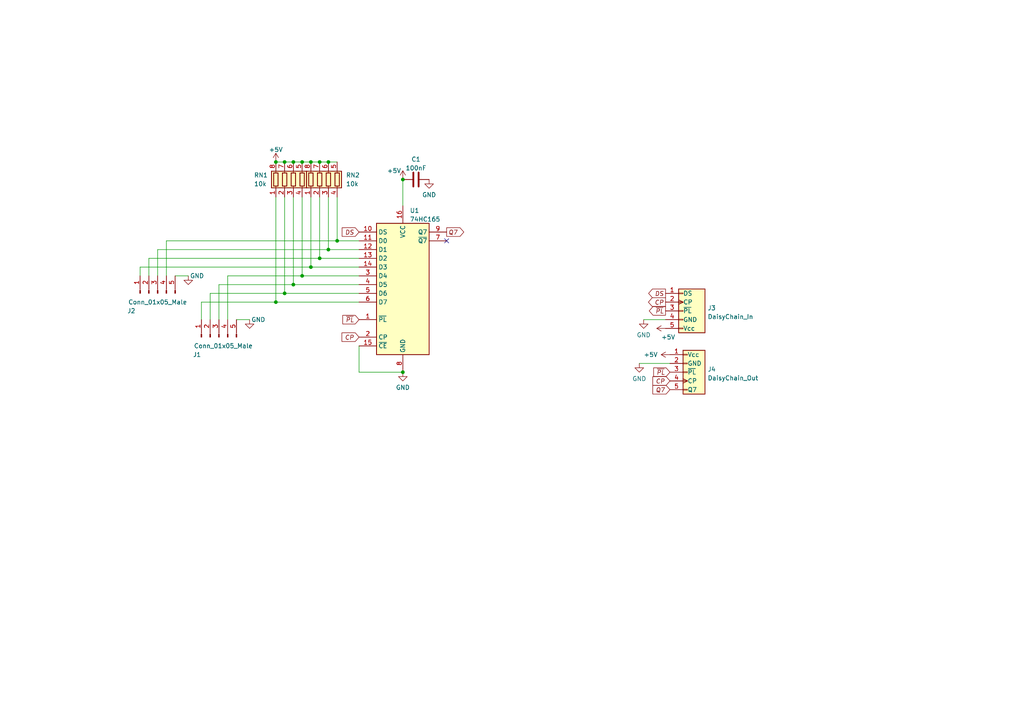
<source format=kicad_sch>
(kicad_sch (version 20230121) (generator eeschema)
  (paper "A4")
  (title_block (rev "1") (comment 1 "Licensed under CERN-OHL-W v2 or later"))
  (lib_symbols
    (symbol "74xx:74HC165"
      (property "Reference" "U" (at -7.62 19.05 0))
      (property "Value" "74HC165" (at -7.62 -21.59 0))
      (symbol "74HC165_1_0"
        (pin input line (at -12.7 -10.16 0) (length 5.08) (name "~{PL}") (number "1"))
        (pin input line (at -12.7 15.24 0) (length 5.08) (name "DS") (number "10"))
        (pin input line (at -12.7 12.7 0) (length 5.08) (name "D0") (number "11"))
        (pin input line (at -12.7 10.16 0) (length 5.08) (name "D1") (number "12"))
        (pin input line (at -12.7 7.62 0) (length 5.08) (name "D2") (number "13"))
        (pin input line (at -12.7 5.08 0) (length 5.08) (name "D3") (number "14"))
        (pin input line (at -12.7 -17.78 0) (length 5.08) (name "~{CE}") (number "15"))
        (pin power_in line (at 0 22.86 270) (length 5.08) (name "VCC") (number "16"))
        (pin input line (at -12.7 -15.24 0) (length 5.08) (name "CP") (number "2"))
        (pin input line (at -12.7 2.54 0) (length 5.08) (name "D4") (number "3"))
        (pin input line (at -12.7 0 0) (length 5.08) (name "D5") (number "4"))
        (pin input line (at -12.7 -2.54 0) (length 5.08) (name "D6") (number "5"))
        (pin input line (at -12.7 -5.08 0) (length 5.08) (name "D7") (number "6"))
        (pin output line (at 12.7 12.7 180) (length 5.08) (name "~{Q7}") (number "7"))
        (pin power_in line (at 0 -25.4 90) (length 5.08) (name "GND") (number "8"))
        (pin output line (at 12.7 15.24 180) (length 5.08) (name "Q7") (number "9"))
      )
      (symbol "74HC165_1_1"
        (rectangle (start -7.62 17.78) (end 7.62 -20.32) (stroke (width 0.254)) (fill (type background)))
      )
    )
    (symbol "Connector:Conn_01x05_Male" (pin_names (offset 1.016) hide)
      (property "Reference" "J" (at 0 7.62 0))
      (property "Value" "Conn_01x05_Male" (at 0 -7.62 0))
      (symbol "Conn_01x05_Male_1_1"
        (polyline (pts (xy 1.27 -5.08) (xy 0.8636 -5.08)) (stroke (width 0.1524)))
        (polyline (pts (xy 1.27 -2.54) (xy 0.8636 -2.54)) (stroke (width 0.1524)))
        (polyline (pts (xy 1.27 0) (xy 0.8636 0)) (stroke (width 0.1524)))
        (polyline (pts (xy 1.27 2.54) (xy 0.8636 2.54)) (stroke (width 0.1524)))
        (polyline (pts (xy 1.27 5.08) (xy 0.8636 5.08)) (stroke (width 0.1524)))
        (rectangle (start 0.8636 -4.953) (end 0 -5.207) (stroke (width 0.1524)) (fill (type outline)))
        (rectangle (start 0.8636 -2.413) (end 0 -2.667) (stroke (width 0.1524)) (fill (type outline)))
        (rectangle (start 0.8636 0.127) (end 0 -0.127) (stroke (width 0.1524)) (fill (type outline)))
        (rectangle (start 0.8636 2.667) (end 0 2.413) (stroke (width 0.1524)) (fill (type outline)))
        (rectangle (start 0.8636 5.207) (end 0 4.953) (stroke (width 0.1524)) (fill (type outline)))
        (pin passive line (at 5.08 5.08 180) (length 3.81) (name "Pin_1") (number "1"))
        (pin passive line (at 5.08 2.54 180) (length 3.81) (name "Pin_2") (number "2"))
        (pin passive line (at 5.08 0 180) (length 3.81) (name "Pin_3") (number "3"))
        (pin passive line (at 5.08 -2.54 180) (length 3.81) (name "Pin_4") (number "4"))
        (pin passive line (at 5.08 -5.08 180) (length 3.81) (name "Pin_5") (number "5"))
      )
    )
    (symbol "Device:C" (pin_numbers hide) (pin_names (offset 0.254))
      (property "Reference" "C" (at 0.635 2.54 0))
      (property "Value" "C" (at 0.635 -2.54 0))
      (symbol "C_0_1"
        (polyline (pts (xy -2.032 -0.762) (xy 2.032 -0.762)) (stroke (width 0.508)))
        (polyline (pts (xy -2.032 0.762) (xy 2.032 0.762)) (stroke (width 0.508)))
      )
      (symbol "C_1_1"
        (pin passive line (at 0 3.81 270) (length 2.794) (name "~") (number "1"))
        (pin passive line (at 0 -3.81 90) (length 2.794) (name "~") (number "2"))
      )
    )
    (symbol "Device:R_Pack04" (pin_names (offset 0) hide)
      (property "Reference" "RN" (at -7.62 0 90))
      (property "Value" "R_Pack04" (at 5.08 0 90))
      (symbol "R_Pack04_0_1"
        (rectangle (start -6.35 -2.413) (end 3.81 2.413) (stroke (width 0.254)) (fill (type background)))
        (rectangle (start -5.715 1.905) (end -4.445 -1.905) (stroke (width 0.254)))
        (rectangle (start -3.175 1.905) (end -1.905 -1.905) (stroke (width 0.254)))
        (rectangle (start -0.635 1.905) (end 0.635 -1.905) (stroke (width 0.254)))
        (polyline (pts (xy -5.08 -2.54) (xy -5.08 -1.905)))
        (polyline (pts (xy -5.08 1.905) (xy -5.08 2.54)))
        (polyline (pts (xy -2.54 -2.54) (xy -2.54 -1.905)))
        (polyline (pts (xy -2.54 1.905) (xy -2.54 2.54)))
        (polyline (pts (xy 0 -2.54) (xy 0 -1.905)))
        (polyline (pts (xy 0 1.905) (xy 0 2.54)))
        (polyline (pts (xy 2.54 -2.54) (xy 2.54 -1.905)))
        (polyline (pts (xy 2.54 1.905) (xy 2.54 2.54)))
        (rectangle (start 1.905 1.905) (end 3.175 -1.905) (stroke (width 0.254)))
      )
      (symbol "R_Pack04_1_1"
        (pin passive line (at -5.08 -5.08 90) (length 2.54) (name "R1.1") (number "1"))
        (pin passive line (at -2.54 -5.08 90) (length 2.54) (name "R2.1") (number "2"))
        (pin passive line (at 0 -5.08 90) (length 2.54) (name "R3.1") (number "3"))
        (pin passive line (at 2.54 -5.08 90) (length 2.54) (name "R4.1") (number "4"))
        (pin passive line (at 2.54 5.08 270) (length 2.54) (name "R4.2") (number "5"))
        (pin passive line (at 0 5.08 270) (length 2.54) (name "R3.2") (number "6"))
        (pin passive line (at -2.54 5.08 270) (length 2.54) (name "R2.2") (number "7"))
        (pin passive line (at -5.08 5.08 270) (length 2.54) (name "R1.2") (number "8"))
      )
    )
    (symbol "power:+5V" (power) (pin_names (offset 0))
      (property "Value" "+5V" (at 0 3.556 0))
      (symbol "+5V_0_1"
        (polyline (pts (xy -0.762 1.27) (xy 0 2.54)))
        (polyline (pts (xy 0 0) (xy 0 2.54)))
        (polyline (pts (xy 0 2.54) (xy 0.762 1.27)))
      )
      (symbol "+5V_1_1"
        (pin power_in line (at 0 0 90) (length 0) hide (name "+5V") (number "1"))
      )
    )
    (symbol "power:GND" (power) (pin_names (offset 0))
      (property "Value" "GND" (at 0 -3.81 0))
      (symbol "GND_0_1"
        (polyline (pts (xy 0 0) (xy 0 -1.27) (xy 1.27 -1.27) (xy 0 -2.54) (xy -1.27 -1.27) (xy 0 -1.27)))
      )
      (symbol "GND_1_1"
        (pin power_in line (at 0 0 270) (length 0) hide (name "GND") (number "1"))
      )
    )
    (symbol "thepit:DaisyChain_In" (pin_names (offset 1.3))
      (property "Reference" "J" (at 0 7.62 0))
      (property "Value" "DaisyChain_In" (at 0 -7.62 0))
      (symbol "DaisyChain_In_1_1"
        (rectangle (start -1.27 -4.953) (end 0 -5.207) (stroke (width 0.1524)))
        (rectangle (start -1.27 -2.413) (end 0 -2.667) (stroke (width 0.1524)))
        (rectangle (start -1.27 0.127) (end 0 -0.127) (stroke (width 0.1524)))
        (rectangle (start -1.27 2.667) (end 0 2.413) (stroke (width 0.1524)))
        (rectangle (start -1.27 5.207) (end 0 4.953) (stroke (width 0.1524)))
        (rectangle (start -1.27 6.35) (end 6.35 -6.35) (stroke (width 0.254)) (fill (type background)))
        (pin output line (at -5.08 5.08 0) (length 3.81) (name "DS") (number "1"))
        (pin output clock (at -5.08 2.54 0) (length 3.81) (name "CP") (number "2"))
        (pin output line (at -5.08 0 0) (length 3.81) (name "~{PL}") (number "3"))
        (pin power_out line (at -5.08 -2.54 0) (length 3.81) (name "GND") (number "4"))
        (pin power_out line (at -5.08 -5.08 0) (length 3.81) (name "Vcc") (number "5"))
      )
    )
    (symbol "thepit:DaisyChain_Out" (pin_names (offset 1.3))
      (property "Reference" "J" (at 0 7.62 0))
      (property "Value" "DaisyChain_Out" (at 0 -7.62 0))
      (symbol "DaisyChain_Out_1_1"
        (rectangle (start -1.27 -4.953) (end 0 -5.207) (stroke (width 0.1524)))
        (rectangle (start -1.27 -2.413) (end 0 -2.667) (stroke (width 0.1524)))
        (rectangle (start -1.27 0.127) (end 0 -0.127) (stroke (width 0.1524)))
        (rectangle (start -1.27 2.667) (end 0 2.413) (stroke (width 0.1524)))
        (rectangle (start -1.27 5.207) (end 0 4.953) (stroke (width 0.1524)))
        (rectangle (start -1.27 6.35) (end 5.08 -6.35) (stroke (width 0.254)) (fill (type background)))
        (pin power_in line (at -5.08 5.08 0) (length 3.81) (name "Vcc") (number "1"))
        (pin power_in line (at -5.08 2.54 0) (length 3.81) (name "GND") (number "2"))
        (pin input line (at -5.08 0 0) (length 3.81) (name "~{PL}") (number "3"))
        (pin input clock (at -5.08 -2.54 0) (length 3.81) (name "CP") (number "4"))
        (pin input line (at -5.08 -5.08 0) (length 3.81) (name "Q7") (number "5"))
      )
    )
  )
  (junction (at 116.84 107.95))
  (junction (at 92.71 46.99))
  (junction (at 97.79 69.85))
  (junction (at 80.01 46.99))
  (junction (at 80.01 87.63))
  (junction (at 95.25 46.99))
  (junction (at 95.25 72.39))
  (junction (at 85.09 82.55))
  (junction (at 82.55 85.09))
  (junction (at 90.17 46.99))
  (junction (at 87.63 80.01))
  (junction (at 116.84 52.07))
  (junction (at 92.71 74.93))
  (junction (at 90.17 77.47))
  (junction (at 87.63 46.99))
  (junction (at 85.09 46.99))
  (junction (at 82.55 46.99))
  (no_connect (at 129.54 69.85))
  (wire (pts (xy 66.04 80.01) (xy 66.04 92.71)))
  (wire (pts (xy 85.09 57.15) (xy 85.09 82.55)))
  (wire (pts (xy 63.5 82.55) (xy 63.5 92.71)))
  (wire (pts (xy 92.71 74.93) (xy 104.14 74.93)))
  (wire (pts (xy 43.18 74.93) (xy 43.18 80.01)))
  (wire (pts (xy 68.58 92.71) (xy 72.39 92.71)))
  (wire (pts (xy 60.96 85.09) (xy 82.55 85.09)))
  (wire (pts (xy 90.17 57.15) (xy 90.17 77.47)))
  (wire (pts (xy 45.72 72.39) (xy 45.72 80.01)))
  (wire (pts (xy 95.25 46.99) (xy 97.79 46.99)))
  (wire (pts (xy 40.64 77.47) (xy 40.64 80.01)))
  (wire (pts (xy 58.42 87.63) (xy 80.01 87.63)))
  (wire (pts (xy 90.17 46.99) (xy 92.71 46.99)))
  (wire (pts (xy 104.14 107.95) (xy 116.84 107.95)))
  (wire (pts (xy 116.84 52.07) (xy 116.84 59.69)))
  (wire (pts (xy 92.71 46.99) (xy 95.25 46.99)))
  (wire (pts (xy 45.72 72.39) (xy 95.25 72.39)))
  (wire (pts (xy 82.55 85.09) (xy 104.14 85.09)))
  (wire (pts (xy 50.8 80.01) (xy 54.61 80.01)))
  (wire (pts (xy 104.14 100.33) (xy 104.14 107.95)))
  (wire (pts (xy 63.5 82.55) (xy 85.09 82.55)))
  (wire (pts (xy 48.26 69.85) (xy 97.79 69.85)))
  (wire (pts (xy 82.55 46.99) (xy 85.09 46.99)))
  (wire (pts (xy 48.26 69.85) (xy 48.26 80.01)))
  (wire (pts (xy 95.25 72.39) (xy 104.14 72.39)))
  (wire (pts (xy 186.69 92.71) (xy 193.04 92.71)))
  (wire (pts (xy 80.01 57.15) (xy 80.01 87.63)))
  (wire (pts (xy 85.09 82.55) (xy 104.14 82.55)))
  (wire (pts (xy 80.01 87.63) (xy 104.14 87.63)))
  (wire (pts (xy 58.42 87.63) (xy 58.42 92.71)))
  (wire (pts (xy 87.63 46.99) (xy 90.17 46.99)))
  (wire (pts (xy 82.55 57.15) (xy 82.55 85.09)))
  (wire (pts (xy 43.18 74.93) (xy 92.71 74.93)))
  (wire (pts (xy 97.79 69.85) (xy 104.14 69.85)))
  (wire (pts (xy 90.17 77.47) (xy 104.14 77.47)))
  (wire (pts (xy 85.09 46.99) (xy 87.63 46.99)))
  (wire (pts (xy 60.96 85.09) (xy 60.96 92.71)))
  (wire (pts (xy 87.63 57.15) (xy 87.63 80.01)))
  (wire (pts (xy 66.04 80.01) (xy 87.63 80.01)))
  (wire (pts (xy 92.71 57.15) (xy 92.71 74.93)))
  (wire (pts (xy 97.79 57.15) (xy 97.79 69.85)))
  (wire (pts (xy 185.42 105.41) (xy 194.31 105.41)))
  (wire (pts (xy 87.63 80.01) (xy 104.14 80.01)))
  (wire (pts (xy 40.64 77.47) (xy 90.17 77.47)))
  (wire (pts (xy 95.25 57.15) (xy 95.25 72.39)))
  (wire (pts (xy 80.01 46.99) (xy 82.55 46.99)))
  (global_label "~{PL}" (shape output) (at 193.04 90.17 180) (effects (font italic)) (property "Intersheetrefs" "${INTERSHEET_REFS}" (effects hide)))
  (global_label "DS" (shape output) (at 193.04 85.09 180) (effects (font italic)) (property "Intersheetrefs" "${INTERSHEET_REFS}" (effects hide)))
  (global_label "CP" (shape input) (at 104.14 97.79 180) (effects (font italic)) (property "Intersheetrefs" "${INTERSHEET_REFS}" (effects hide)))
  (global_label "~{PL}" (shape input) (at 194.31 107.95 180) (effects (font italic)) (property "Intersheetrefs" "${INTERSHEET_REFS}" (effects hide)))
  (global_label "CP" (shape output) (at 193.04 87.63 180) (effects (font italic)) (property "Intersheetrefs" "${INTERSHEET_REFS}" (effects hide)))
  (global_label "CP" (shape input) (at 194.31 110.49 180) (effects (font italic)) (property "Intersheetrefs" "${INTERSHEET_REFS}" (effects hide)))
  (global_label "~{PL}" (shape input) (at 104.14 92.71 180) (effects (font italic)) (property "Intersheetrefs" "${INTERSHEET_REFS}" (effects hide)))
  (global_label "Q7" (shape input) (at 194.31 113.03 180) (effects (font italic)) (property "Intersheetrefs" "${INTERSHEET_REFS}" (effects hide)))
  (global_label "Q7" (shape output) (at 129.54 67.31 0) (effects (font italic)) (property "Intersheetrefs" "${INTERSHEET_REFS}" (effects hide)))
  (global_label "DS" (shape input) (at 104.14 67.31 180) (effects (font italic)) (property "Intersheetrefs" "${INTERSHEET_REFS}" (effects hide)))
  (symbol (lib_id "power:GND") (at 124.46 52.07 0) (unit 1)
    (property "Reference" "#PWR03" (effects hide))
    (property "Value" "GND" (at 124.46 56.5134 0))
  )
  (symbol (lib_id "Device:R_Pack04") (at 95.25 52.07 0) (unit 1)
    (property "Reference" "RN2" (at 100.33 50.8 0) (effects (justify left)))
    (property "Value" "10k" (at 100.33 53.34 0) (effects (justify left)))
    (property "Footprint" "Resistor_SMD:R_Array_Convex_4x0603" (effects hide))
    (property "LCSC" "C29718" (effects hide))
  )
  (symbol (lib_id "Connector:Conn_01x05_Male") (at 45.72 85.09 90) (unit 1)
    (property "Reference" "J2" (at 38.1 90.17 90))
    (property "Value" "Conn_01x05_Male" (at 45.72 87.63 90))
    (property "Footprint" "Connector_JST:JST_XH_S5B-XH-A-1_1x05_P2.50mm_Horizontal" (effects hide))
  )
  (symbol (lib_id "Device:C") (at 120.65 52.07 270) (unit 1)
    (property "Reference" "C1" (at 120.65 46.2112 90))
    (property "Value" "100nF" (at 120.65 48.7481 90))
    (property "Footprint" "Capacitor_SMD:C_0402_1005Metric" (effects hide))
    (property "LCSC" "C1525" (effects hide))
  )
  (symbol (lib_id "power:+5V") (at 194.31 102.87 90) (unit 1)
    (property "Reference" "#PWR06" (effects hide))
    (property "Value" "+5V" (at 186.69 102.87 90) (effects (justify right)))
  )
  (symbol (lib_id "power:+5V") (at 116.84 52.07 0) (unit 1)
    (property "Reference" "#PWR02" (effects hide))
    (property "Value" "+5V" (at 114.3 49.53 0))
  )
  (symbol (lib_id "thepit:DaisyChain_In") (at 198.12 90.17 0) (unit 1)
    (property "Reference" "J3" (at 205.232 89.3353 0) (effects (justify left)))
    (property "Value" "DaisyChain_In" (at 205.232 91.8722 0) (effects (justify left)))
    (property "Footprint" "Connector_JST:JST_XH_S5B-XH-A-1_1x05_P2.50mm_Horizontal" (effects hide))
  )
  (symbol (lib_id "power:GND") (at 116.84 107.95 0) (unit 1)
    (property "Reference" "#PWR08" (effects hide))
    (property "Value" "GND" (at 116.84 112.3934 0))
  )
  (symbol (lib_id "power:+5V") (at 80.01 46.99 0) (unit 1)
    (property "Reference" "#PWR01" (effects hide))
    (property "Value" "+5V" (at 80.01 43.4142 0))
  )
  (symbol (lib_id "thepit:DaisyChain_Out") (at 199.39 107.95 0) (unit 1)
    (property "Reference" "J4" (at 205.232 107.1153 0) (effects (justify left)))
    (property "Value" "DaisyChain_Out" (at 205.232 109.6522 0) (effects (justify left)))
    (property "Footprint" "Connector_JST:JST_XH_S5B-XH-A-1_1x05_P2.50mm_Horizontal" (effects hide))
  )
  (symbol (lib_id "74xx:74HC165") (at 116.84 82.55 0) (unit 1)
    (property "Reference" "U1" (at 118.8594 61.0702 0) (effects (justify left)))
    (property "Value" "74HC165" (at 118.8594 63.6071 0) (effects (justify left)))
    (property "Footprint" "Package_DIP:DIP-16_W7.62mm_Socket_LongPads" (effects hide))
    (property "Datasheet" "https://assets.nexperia.com/documents/data-sheet/74HC_HCT165.pdf" (effects hide))
  )
  (symbol (lib_id "power:GND") (at 186.69 92.71 0) (unit 1)
    (property "Reference" "#PWR04" (effects hide))
    (property "Value" "GND" (at 186.69 97.1534 0))
  )
  (symbol (lib_id "power:GND") (at 54.61 80.01 0) (unit 1)
    (property "Reference" "#PWR0102" (effects hide))
    (property "Value" "GND" (at 57.15 80.01 0))
  )
  (symbol (lib_id "Device:R_Pack04") (at 85.09 52.07 0) (unit 1)
    (property "Reference" "RN1" (at 73.66 50.8 0) (effects (justify left)))
    (property "Value" "10k" (at 73.66 53.34 0) (effects (justify left)))
    (property "Footprint" "Resistor_SMD:R_Array_Convex_4x0603" (effects hide))
    (property "LCSC" "C29718" (effects hide))
  )
  (symbol (lib_id "power:GND") (at 185.42 105.41 0) (unit 1)
    (property "Reference" "#PWR07" (effects hide))
    (property "Value" "GND" (at 185.42 109.8534 0))
  )
  (symbol (lib_id "Connector:Conn_01x05_Male") (at 63.5 97.79 90) (unit 1)
    (property "Reference" "J1" (at 57.15 102.87 90))
    (property "Value" "Conn_01x05_Male" (at 64.77 100.33 90))
    (property "Footprint" "Connector_JST:JST_XH_S5B-XH-A-1_1x05_P2.50mm_Horizontal" (effects hide))
  )
  (symbol (lib_id "power:+5V") (at 193.04 95.25 90) (unit 1)
    (property "Reference" "#PWR05" (effects hide))
    (property "Value" "+5V" (at 191.77 97.79 90) (effects (justify right)))
  )
  (symbol (lib_id "power:GND") (at 72.39 92.71 0) (unit 1)
    (property "Reference" "#PWR0101" (effects hide))
    (property "Value" "GND" (at 74.93 92.71 0))
  )
)
</source>
